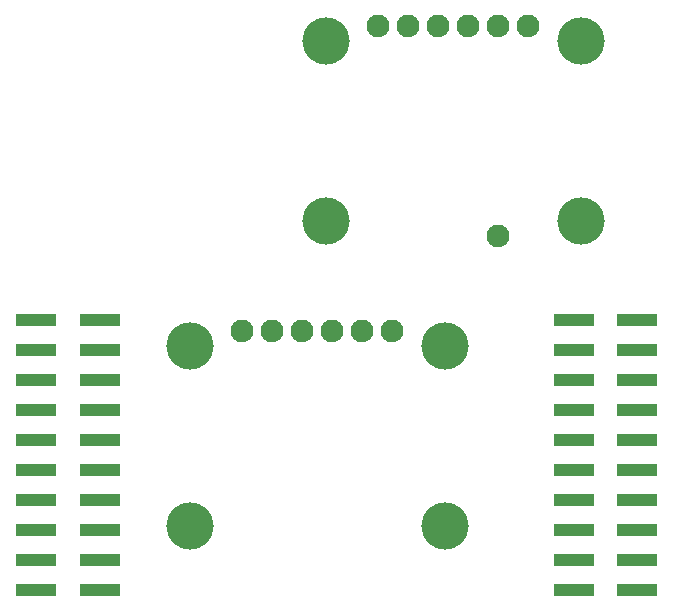
<source format=gbr>
%TF.GenerationSoftware,KiCad,Pcbnew,(6.0.2)*%
%TF.CreationDate,2022-10-10T11:28:08-07:00*%
%TF.ProjectId,AvionicsV0,4176696f-6e69-4637-9356-302e6b696361,rev?*%
%TF.SameCoordinates,Original*%
%TF.FileFunction,Paste,Bot*%
%TF.FilePolarity,Positive*%
%FSLAX46Y46*%
G04 Gerber Fmt 4.6, Leading zero omitted, Abs format (unit mm)*
G04 Created by KiCad (PCBNEW (6.0.2)) date 2022-10-10 11:28:08*
%MOMM*%
%LPD*%
G01*
G04 APERTURE LIST*
%ADD10C,1.930400*%
%ADD11C,4.000000*%
%ADD12R,3.400000X1.020000*%
G04 APERTURE END LIST*
D10*
%TO.C,U5*%
X142253000Y-77126000D03*
X144793000Y-77126000D03*
X147333000Y-77126000D03*
X149873000Y-77126000D03*
X152413000Y-77126000D03*
X154953000Y-77126000D03*
D11*
X137808000Y-93636000D03*
X159398000Y-93636000D03*
X159398000Y-78396000D03*
X137808000Y-78396000D03*
%TD*%
D12*
%TO.C,J10*%
X175700000Y-76200000D03*
X175700000Y-78740000D03*
X175700000Y-81280000D03*
X175700000Y-83820000D03*
X175700000Y-86360000D03*
X175700000Y-88900000D03*
X175700000Y-91440000D03*
X175700000Y-93980000D03*
X175700000Y-96520000D03*
X175700000Y-99060000D03*
X170300000Y-76200000D03*
X170300000Y-78740000D03*
X170300000Y-81280000D03*
X170300000Y-83820000D03*
X170300000Y-86360000D03*
X170300000Y-88900000D03*
X170300000Y-91440000D03*
X170300000Y-93980000D03*
X170300000Y-96520000D03*
X170300000Y-99060000D03*
%TD*%
D10*
%TO.C,U6*%
X153746200Y-51282600D03*
X156286200Y-51282600D03*
X158826200Y-51282600D03*
X161366200Y-51282600D03*
X163906200Y-51282600D03*
X166446200Y-51282600D03*
X163906200Y-69062600D03*
D11*
X149301200Y-52552600D03*
X170891200Y-52552600D03*
X149301200Y-67792600D03*
X170891200Y-67792600D03*
%TD*%
D12*
%TO.C,J9*%
X130200000Y-76200000D03*
X130200000Y-78740000D03*
X130200000Y-81280000D03*
X130200000Y-83820000D03*
X130200000Y-86360000D03*
X130200000Y-88900000D03*
X130200000Y-91440000D03*
X130200000Y-93980000D03*
X130200000Y-96520000D03*
X130200000Y-99060000D03*
X124800000Y-76200000D03*
X124800000Y-78740000D03*
X124800000Y-81280000D03*
X124800000Y-83820000D03*
X124800000Y-86360000D03*
X124800000Y-88900000D03*
X124800000Y-91440000D03*
X124800000Y-93980000D03*
X124800000Y-96520000D03*
X124800000Y-99060000D03*
%TD*%
M02*

</source>
